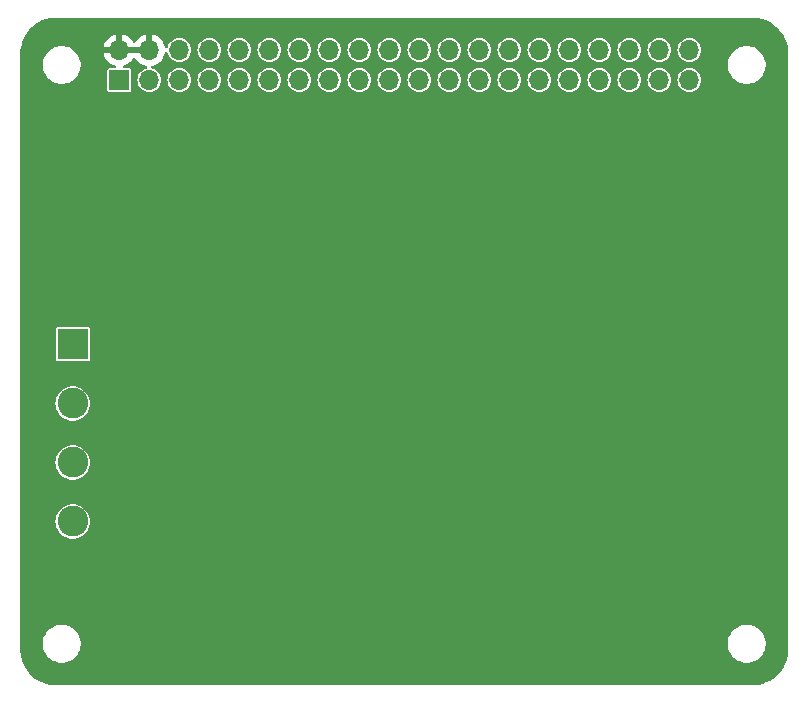
<source format=gbl>
G04 #@! TF.GenerationSoftware,KiCad,Pcbnew,8.0.6-8.0.6-0~ubuntu22.04.1*
G04 #@! TF.CreationDate,2024-11-13T10:01:41+01:00*
G04 #@! TF.ProjectId,INA228_hat,494e4132-3238-45f6-9861-742e6b696361,rev?*
G04 #@! TF.SameCoordinates,Original*
G04 #@! TF.FileFunction,Copper,L2,Bot*
G04 #@! TF.FilePolarity,Positive*
%FSLAX46Y46*%
G04 Gerber Fmt 4.6, Leading zero omitted, Abs format (unit mm)*
G04 Created by KiCad (PCBNEW 8.0.6-8.0.6-0~ubuntu22.04.1) date 2024-11-13 10:01:41*
%MOMM*%
%LPD*%
G01*
G04 APERTURE LIST*
G04 #@! TA.AperFunction,ComponentPad*
%ADD10R,2.600000X2.600000*%
G04 #@! TD*
G04 #@! TA.AperFunction,ComponentPad*
%ADD11C,2.600000*%
G04 #@! TD*
G04 #@! TA.AperFunction,ComponentPad*
%ADD12R,1.700000X1.700000*%
G04 #@! TD*
G04 #@! TA.AperFunction,ComponentPad*
%ADD13O,1.700000X1.700000*%
G04 #@! TD*
G04 #@! TA.AperFunction,ViaPad*
%ADD14C,0.900000*%
G04 #@! TD*
G04 #@! TA.AperFunction,Conductor*
%ADD15C,0.200000*%
G04 #@! TD*
G04 APERTURE END LIST*
D10*
X104425000Y-71150000D03*
D11*
X104425000Y-76150000D03*
X104425000Y-81150000D03*
X104425000Y-86150000D03*
D12*
X108370000Y-48770000D03*
D13*
X108370000Y-46230000D03*
X110910000Y-48770000D03*
X110910000Y-46230000D03*
X113450000Y-48770000D03*
X113450000Y-46230000D03*
X115990000Y-48770000D03*
X115990000Y-46230000D03*
X118530000Y-48770000D03*
X118530000Y-46230000D03*
X121070000Y-48770000D03*
X121070000Y-46230000D03*
X123610000Y-48770000D03*
X123610000Y-46230000D03*
X126150000Y-48770000D03*
X126150000Y-46230000D03*
X128690000Y-48770000D03*
X128690000Y-46230000D03*
X131230000Y-48770000D03*
X131230000Y-46230000D03*
X133770000Y-48770000D03*
X133770000Y-46230000D03*
X136310000Y-48770000D03*
X136310000Y-46230000D03*
X138850000Y-48770000D03*
X138850000Y-46230000D03*
X141390000Y-48770000D03*
X141390000Y-46230000D03*
X143930000Y-48770000D03*
X143930000Y-46230000D03*
X146470000Y-48770000D03*
X146470000Y-46230000D03*
X149010000Y-48770000D03*
X149010000Y-46230000D03*
X151550000Y-48770000D03*
X151550000Y-46230000D03*
X154090000Y-48770000D03*
X154090000Y-46230000D03*
X156630000Y-48770000D03*
X156630000Y-46230000D03*
D14*
X130300000Y-65625000D03*
X144475000Y-52100000D03*
X123025000Y-52250000D03*
X129850000Y-89150000D03*
D15*
X131650000Y-73825000D02*
X131375000Y-73550000D01*
G04 #@! TA.AperFunction,Conductor*
G36*
X110444075Y-46037007D02*
G01*
X110410000Y-46164174D01*
X110410000Y-46295826D01*
X110444075Y-46422993D01*
X110476988Y-46480000D01*
X108803012Y-46480000D01*
X108835925Y-46422993D01*
X108870000Y-46295826D01*
X108870000Y-46164174D01*
X108835925Y-46037007D01*
X108803012Y-45980000D01*
X110476988Y-45980000D01*
X110444075Y-46037007D01*
G37*
G04 #@! TD.AperFunction*
G04 #@! TA.AperFunction,Conductor*
G36*
X162000855Y-43500011D02*
G01*
X162162269Y-43502274D01*
X162174390Y-43503041D01*
X162478553Y-43537312D01*
X162495992Y-43539277D01*
X162509700Y-43541606D01*
X162824366Y-43613426D01*
X162837725Y-43617273D01*
X163142392Y-43723881D01*
X163155228Y-43729199D01*
X163446025Y-43869239D01*
X163458195Y-43875965D01*
X163731486Y-44047685D01*
X163742827Y-44055732D01*
X163995173Y-44256971D01*
X164005541Y-44266237D01*
X164233762Y-44494458D01*
X164243028Y-44504826D01*
X164444267Y-44757172D01*
X164452314Y-44768513D01*
X164624034Y-45041804D01*
X164630760Y-45053974D01*
X164770798Y-45344766D01*
X164776120Y-45357613D01*
X164882724Y-45662270D01*
X164886573Y-45675633D01*
X164958393Y-45990299D01*
X164960722Y-46004007D01*
X164996957Y-46325597D01*
X164997725Y-46337743D01*
X164999988Y-46499144D01*
X165000000Y-46500882D01*
X165000000Y-96999117D01*
X164999988Y-97000855D01*
X164997725Y-97162256D01*
X164996957Y-97174402D01*
X164960722Y-97495992D01*
X164958393Y-97509700D01*
X164886573Y-97824366D01*
X164882724Y-97837729D01*
X164776120Y-98142386D01*
X164770798Y-98155233D01*
X164630760Y-98446025D01*
X164624034Y-98458195D01*
X164452314Y-98731486D01*
X164444267Y-98742827D01*
X164243028Y-98995173D01*
X164233762Y-99005541D01*
X164005541Y-99233762D01*
X163995173Y-99243028D01*
X163742827Y-99444267D01*
X163731486Y-99452314D01*
X163458195Y-99624034D01*
X163446025Y-99630760D01*
X163155233Y-99770798D01*
X163142386Y-99776120D01*
X162837729Y-99882724D01*
X162824366Y-99886573D01*
X162509700Y-99958393D01*
X162495992Y-99960722D01*
X162174402Y-99996957D01*
X162162256Y-99997725D01*
X162000856Y-99999988D01*
X161999118Y-100000000D01*
X103000882Y-100000000D01*
X102999144Y-99999988D01*
X102837743Y-99997725D01*
X102825597Y-99996957D01*
X102504007Y-99960722D01*
X102490299Y-99958393D01*
X102175633Y-99886573D01*
X102162270Y-99882724D01*
X101857613Y-99776120D01*
X101844766Y-99770798D01*
X101553974Y-99630760D01*
X101541804Y-99624034D01*
X101268513Y-99452314D01*
X101257172Y-99444267D01*
X101004826Y-99243028D01*
X100994458Y-99233762D01*
X100766237Y-99005541D01*
X100756971Y-98995173D01*
X100555732Y-98742827D01*
X100547685Y-98731486D01*
X100375965Y-98458195D01*
X100369239Y-98446025D01*
X100229201Y-98155233D01*
X100223879Y-98142386D01*
X100210622Y-98104500D01*
X100117273Y-97837725D01*
X100113426Y-97824366D01*
X100041606Y-97509700D01*
X100039277Y-97495992D01*
X100021807Y-97340941D01*
X100003041Y-97174390D01*
X100002274Y-97162269D01*
X100000012Y-97000855D01*
X100000000Y-96999117D01*
X100000000Y-96373723D01*
X101895500Y-96373723D01*
X101895500Y-96626276D01*
X101935009Y-96875722D01*
X101935009Y-96875725D01*
X102013050Y-97115911D01*
X102013051Y-97115914D01*
X102127709Y-97340941D01*
X102276156Y-97545261D01*
X102454739Y-97723844D01*
X102659059Y-97872291D01*
X102769428Y-97928526D01*
X102884085Y-97986948D01*
X102884088Y-97986949D01*
X103108123Y-98059741D01*
X103124279Y-98064991D01*
X103373723Y-98104500D01*
X103373724Y-98104500D01*
X103626276Y-98104500D01*
X103626277Y-98104500D01*
X103875721Y-98064991D01*
X103875724Y-98064990D01*
X103875725Y-98064990D01*
X104115911Y-97986949D01*
X104115914Y-97986948D01*
X104340941Y-97872291D01*
X104545261Y-97723844D01*
X104723844Y-97545261D01*
X104872291Y-97340941D01*
X104986948Y-97115914D01*
X105024333Y-97000855D01*
X105064990Y-96875725D01*
X105064990Y-96875724D01*
X105064991Y-96875721D01*
X105104500Y-96626277D01*
X105104500Y-96373723D01*
X159895500Y-96373723D01*
X159895500Y-96626276D01*
X159935009Y-96875722D01*
X159935009Y-96875725D01*
X160013050Y-97115911D01*
X160013051Y-97115914D01*
X160127709Y-97340941D01*
X160276156Y-97545261D01*
X160454739Y-97723844D01*
X160659059Y-97872291D01*
X160769428Y-97928526D01*
X160884085Y-97986948D01*
X160884088Y-97986949D01*
X161108123Y-98059741D01*
X161124279Y-98064991D01*
X161373723Y-98104500D01*
X161373724Y-98104500D01*
X161626276Y-98104500D01*
X161626277Y-98104500D01*
X161875721Y-98064991D01*
X161875724Y-98064990D01*
X161875725Y-98064990D01*
X162115911Y-97986949D01*
X162115914Y-97986948D01*
X162340941Y-97872291D01*
X162545261Y-97723844D01*
X162723844Y-97545261D01*
X162872291Y-97340941D01*
X162986948Y-97115914D01*
X163024333Y-97000855D01*
X163064990Y-96875725D01*
X163064990Y-96875724D01*
X163064991Y-96875721D01*
X163104500Y-96626277D01*
X163104500Y-96373723D01*
X163064991Y-96124279D01*
X163064990Y-96124275D01*
X163064990Y-96124274D01*
X162986949Y-95884088D01*
X162986948Y-95884085D01*
X162872290Y-95659058D01*
X162723844Y-95454739D01*
X162545261Y-95276156D01*
X162340941Y-95127709D01*
X162115914Y-95013051D01*
X162115911Y-95013050D01*
X161875723Y-94935009D01*
X161709425Y-94908669D01*
X161626277Y-94895500D01*
X161373723Y-94895500D01*
X161290575Y-94908669D01*
X161124277Y-94935009D01*
X161124274Y-94935009D01*
X160884088Y-95013050D01*
X160884085Y-95013051D01*
X160659058Y-95127709D01*
X160454736Y-95276158D01*
X160276158Y-95454736D01*
X160127709Y-95659058D01*
X160013051Y-95884085D01*
X160013050Y-95884088D01*
X159935009Y-96124274D01*
X159935009Y-96124277D01*
X159895500Y-96373723D01*
X105104500Y-96373723D01*
X105064991Y-96124279D01*
X105064990Y-96124275D01*
X105064990Y-96124274D01*
X104986949Y-95884088D01*
X104986948Y-95884085D01*
X104872290Y-95659058D01*
X104723844Y-95454739D01*
X104545261Y-95276156D01*
X104340941Y-95127709D01*
X104115914Y-95013051D01*
X104115911Y-95013050D01*
X103875723Y-94935009D01*
X103709425Y-94908669D01*
X103626277Y-94895500D01*
X103373723Y-94895500D01*
X103290575Y-94908669D01*
X103124277Y-94935009D01*
X103124274Y-94935009D01*
X102884088Y-95013050D01*
X102884085Y-95013051D01*
X102659058Y-95127709D01*
X102454736Y-95276158D01*
X102276158Y-95454736D01*
X102127709Y-95659058D01*
X102013051Y-95884085D01*
X102013050Y-95884088D01*
X101935009Y-96124274D01*
X101935009Y-96124277D01*
X101895500Y-96373723D01*
X100000000Y-96373723D01*
X100000000Y-86149994D01*
X102967121Y-86149994D01*
X102967121Y-86150005D01*
X102987004Y-86389955D01*
X102987004Y-86389958D01*
X102987005Y-86389959D01*
X103046113Y-86623373D01*
X103142834Y-86843874D01*
X103274529Y-87045448D01*
X103437605Y-87222596D01*
X103437608Y-87222598D01*
X103437611Y-87222601D01*
X103627607Y-87370481D01*
X103627613Y-87370485D01*
X103627616Y-87370487D01*
X103839377Y-87485087D01*
X104067112Y-87563268D01*
X104304609Y-87602900D01*
X104304610Y-87602900D01*
X104545390Y-87602900D01*
X104545391Y-87602900D01*
X104782888Y-87563268D01*
X105010623Y-87485087D01*
X105222384Y-87370487D01*
X105412395Y-87222596D01*
X105575471Y-87045448D01*
X105707166Y-86843874D01*
X105803887Y-86623373D01*
X105862995Y-86389959D01*
X105882879Y-86150000D01*
X105862995Y-85910041D01*
X105803887Y-85676627D01*
X105707166Y-85456126D01*
X105575471Y-85254552D01*
X105412395Y-85077404D01*
X105412390Y-85077400D01*
X105412388Y-85077398D01*
X105222392Y-84929518D01*
X105222386Y-84929514D01*
X105010624Y-84814913D01*
X105010619Y-84814911D01*
X104782890Y-84736732D01*
X104624556Y-84710310D01*
X104545391Y-84697100D01*
X104304609Y-84697100D01*
X104245234Y-84707008D01*
X104067109Y-84736732D01*
X103839380Y-84814911D01*
X103839375Y-84814913D01*
X103627613Y-84929514D01*
X103627607Y-84929518D01*
X103437611Y-85077398D01*
X103437608Y-85077401D01*
X103274529Y-85254552D01*
X103142832Y-85456129D01*
X103046113Y-85676626D01*
X102987004Y-85910044D01*
X102967121Y-86149994D01*
X100000000Y-86149994D01*
X100000000Y-81149994D01*
X102967121Y-81149994D01*
X102967121Y-81150005D01*
X102987004Y-81389955D01*
X102987004Y-81389958D01*
X102987005Y-81389959D01*
X103046113Y-81623373D01*
X103142834Y-81843874D01*
X103274529Y-82045448D01*
X103437605Y-82222596D01*
X103437608Y-82222598D01*
X103437611Y-82222601D01*
X103627607Y-82370481D01*
X103627613Y-82370485D01*
X103627616Y-82370487D01*
X103839377Y-82485087D01*
X104067112Y-82563268D01*
X104304609Y-82602900D01*
X104304610Y-82602900D01*
X104545390Y-82602900D01*
X104545391Y-82602900D01*
X104782888Y-82563268D01*
X105010623Y-82485087D01*
X105222384Y-82370487D01*
X105412395Y-82222596D01*
X105575471Y-82045448D01*
X105707166Y-81843874D01*
X105803887Y-81623373D01*
X105862995Y-81389959D01*
X105882879Y-81150000D01*
X105862995Y-80910041D01*
X105803887Y-80676627D01*
X105707166Y-80456126D01*
X105575471Y-80254552D01*
X105412395Y-80077404D01*
X105412390Y-80077400D01*
X105412388Y-80077398D01*
X105222392Y-79929518D01*
X105222386Y-79929514D01*
X105010624Y-79814913D01*
X105010619Y-79814911D01*
X104782890Y-79736732D01*
X104624556Y-79710310D01*
X104545391Y-79697100D01*
X104304609Y-79697100D01*
X104245234Y-79707008D01*
X104067109Y-79736732D01*
X103839380Y-79814911D01*
X103839375Y-79814913D01*
X103627613Y-79929514D01*
X103627607Y-79929518D01*
X103437611Y-80077398D01*
X103437608Y-80077401D01*
X103274529Y-80254552D01*
X103142832Y-80456129D01*
X103046113Y-80676626D01*
X102987004Y-80910044D01*
X102967121Y-81149994D01*
X100000000Y-81149994D01*
X100000000Y-76149994D01*
X102967121Y-76149994D01*
X102967121Y-76150005D01*
X102987004Y-76389955D01*
X102987004Y-76389958D01*
X102987005Y-76389959D01*
X103046113Y-76623373D01*
X103142834Y-76843874D01*
X103274529Y-77045448D01*
X103437605Y-77222596D01*
X103437608Y-77222598D01*
X103437611Y-77222601D01*
X103627607Y-77370481D01*
X103627613Y-77370485D01*
X103627616Y-77370487D01*
X103839377Y-77485087D01*
X104067112Y-77563268D01*
X104304609Y-77602900D01*
X104304610Y-77602900D01*
X104545390Y-77602900D01*
X104545391Y-77602900D01*
X104782888Y-77563268D01*
X105010623Y-77485087D01*
X105222384Y-77370487D01*
X105412395Y-77222596D01*
X105575471Y-77045448D01*
X105707166Y-76843874D01*
X105803887Y-76623373D01*
X105862995Y-76389959D01*
X105882879Y-76150000D01*
X105862995Y-75910041D01*
X105803887Y-75676627D01*
X105707166Y-75456126D01*
X105575471Y-75254552D01*
X105412395Y-75077404D01*
X105412390Y-75077400D01*
X105412388Y-75077398D01*
X105222392Y-74929518D01*
X105222386Y-74929514D01*
X105010624Y-74814913D01*
X105010619Y-74814911D01*
X104782890Y-74736732D01*
X104624556Y-74710310D01*
X104545391Y-74697100D01*
X104304609Y-74697100D01*
X104245234Y-74707008D01*
X104067109Y-74736732D01*
X103839380Y-74814911D01*
X103839375Y-74814913D01*
X103627613Y-74929514D01*
X103627607Y-74929518D01*
X103437611Y-75077398D01*
X103437608Y-75077401D01*
X103274529Y-75254552D01*
X103142832Y-75456129D01*
X103046113Y-75676626D01*
X102987004Y-75910044D01*
X102967121Y-76149994D01*
X100000000Y-76149994D01*
X100000000Y-69834940D01*
X102972100Y-69834940D01*
X102972100Y-72465054D01*
X102980972Y-72509658D01*
X102980973Y-72509661D01*
X103014765Y-72560233D01*
X103014766Y-72560234D01*
X103065342Y-72594028D01*
X103065343Y-72594028D01*
X103065345Y-72594029D01*
X103087642Y-72598464D01*
X103109943Y-72602900D01*
X105740056Y-72602899D01*
X105784658Y-72594028D01*
X105835234Y-72560234D01*
X105869028Y-72509658D01*
X105877900Y-72465057D01*
X105877899Y-69834944D01*
X105869028Y-69790342D01*
X105869026Y-69790340D01*
X105869026Y-69790338D01*
X105835234Y-69739766D01*
X105784659Y-69705973D01*
X105784658Y-69705972D01*
X105784657Y-69705971D01*
X105784656Y-69705971D01*
X105784654Y-69705970D01*
X105740059Y-69697100D01*
X103109945Y-69697100D01*
X103065341Y-69705972D01*
X103065338Y-69705973D01*
X103014766Y-69739765D01*
X102980971Y-69790343D01*
X102980970Y-69790345D01*
X102972100Y-69834940D01*
X100000000Y-69834940D01*
X100000000Y-47373723D01*
X101895500Y-47373723D01*
X101895500Y-47626277D01*
X101905896Y-47691912D01*
X101935009Y-47875722D01*
X101935009Y-47875725D01*
X102013050Y-48115911D01*
X102013051Y-48115914D01*
X102061051Y-48210118D01*
X102127709Y-48340941D01*
X102276156Y-48545261D01*
X102454739Y-48723844D01*
X102659059Y-48872291D01*
X102769428Y-48928526D01*
X102884085Y-48986948D01*
X102884088Y-48986949D01*
X103108123Y-49059741D01*
X103124279Y-49064991D01*
X103373723Y-49104500D01*
X103373724Y-49104500D01*
X103626276Y-49104500D01*
X103626277Y-49104500D01*
X103875721Y-49064991D01*
X103875724Y-49064990D01*
X103875725Y-49064990D01*
X104115911Y-48986949D01*
X104115914Y-48986948D01*
X104155851Y-48966599D01*
X104340941Y-48872291D01*
X104545261Y-48723844D01*
X104723844Y-48545261D01*
X104872291Y-48340941D01*
X104986948Y-48115914D01*
X105055496Y-47904944D01*
X105064990Y-47875725D01*
X105064990Y-47875724D01*
X105064991Y-47875721D01*
X105104500Y-47626277D01*
X105104500Y-47373723D01*
X105064991Y-47124279D01*
X105064990Y-47124275D01*
X105064990Y-47124274D01*
X104986949Y-46884088D01*
X104986948Y-46884085D01*
X104872290Y-46659058D01*
X104851250Y-46630099D01*
X104723844Y-46454739D01*
X104545261Y-46276156D01*
X104340941Y-46127709D01*
X104115914Y-46013051D01*
X104115911Y-46013050D01*
X104014189Y-45979999D01*
X107039364Y-45979999D01*
X107039364Y-45980000D01*
X107936988Y-45980000D01*
X107904075Y-46037007D01*
X107870000Y-46164174D01*
X107870000Y-46295826D01*
X107904075Y-46422993D01*
X107936988Y-46480000D01*
X107039364Y-46480000D01*
X107096567Y-46693486D01*
X107096570Y-46693492D01*
X107196399Y-46907578D01*
X107331894Y-47101082D01*
X107498917Y-47268105D01*
X107692421Y-47403600D01*
X107906507Y-47503429D01*
X107906518Y-47503434D01*
X107980755Y-47523325D01*
X108040416Y-47559689D01*
X108070946Y-47622536D01*
X108062652Y-47691912D01*
X108018167Y-47745790D01*
X107951615Y-47767065D01*
X107948663Y-47767100D01*
X107504945Y-47767100D01*
X107460341Y-47775972D01*
X107460338Y-47775973D01*
X107409766Y-47809765D01*
X107375971Y-47860343D01*
X107375970Y-47860345D01*
X107367100Y-47904940D01*
X107367100Y-49635054D01*
X107375972Y-49679658D01*
X107375973Y-49679661D01*
X107390260Y-49701042D01*
X107409766Y-49730234D01*
X107460342Y-49764028D01*
X107460343Y-49764028D01*
X107460345Y-49764029D01*
X107482642Y-49768464D01*
X107504943Y-49772900D01*
X109235056Y-49772899D01*
X109279658Y-49764028D01*
X109330234Y-49730234D01*
X109364028Y-49679658D01*
X109372900Y-49635057D01*
X109372899Y-47904944D01*
X109364028Y-47860342D01*
X109364026Y-47860340D01*
X109364026Y-47860338D01*
X109330234Y-47809766D01*
X109288097Y-47781611D01*
X109279658Y-47775972D01*
X109279657Y-47775971D01*
X109279656Y-47775971D01*
X109279654Y-47775970D01*
X109235059Y-47767100D01*
X108791338Y-47767100D01*
X108724299Y-47747415D01*
X108678544Y-47694611D01*
X108668600Y-47625453D01*
X108697625Y-47561897D01*
X108756403Y-47524123D01*
X108759245Y-47523325D01*
X108833483Y-47503433D01*
X108833492Y-47503429D01*
X109047578Y-47403600D01*
X109241082Y-47268105D01*
X109408105Y-47101082D01*
X109538425Y-46914968D01*
X109593002Y-46871344D01*
X109662501Y-46864151D01*
X109724855Y-46895673D01*
X109741575Y-46914968D01*
X109871894Y-47101082D01*
X110038917Y-47268105D01*
X110232421Y-47403600D01*
X110446507Y-47503429D01*
X110446516Y-47503433D01*
X110655718Y-47559488D01*
X110715379Y-47595853D01*
X110745908Y-47658700D01*
X110737613Y-47728075D01*
X110693128Y-47781953D01*
X110659621Y-47797923D01*
X110524354Y-47838956D01*
X110524350Y-47838957D01*
X110524350Y-47838958D01*
X110455571Y-47875721D01*
X110350118Y-47932086D01*
X110197410Y-48057410D01*
X110072086Y-48210118D01*
X109978958Y-48384350D01*
X109921610Y-48573400D01*
X109902247Y-48770000D01*
X109921610Y-48966599D01*
X109921610Y-48966601D01*
X109921611Y-48966603D01*
X109978958Y-49155650D01*
X110072084Y-49329878D01*
X110072086Y-49329881D01*
X110197410Y-49482589D01*
X110350118Y-49607913D01*
X110350122Y-49607916D01*
X110524350Y-49701042D01*
X110713397Y-49758389D01*
X110910000Y-49777753D01*
X111106603Y-49758389D01*
X111295650Y-49701042D01*
X111469878Y-49607916D01*
X111622589Y-49482589D01*
X111747916Y-49329878D01*
X111841042Y-49155650D01*
X111898389Y-48966603D01*
X111917753Y-48770000D01*
X112442247Y-48770000D01*
X112461610Y-48966599D01*
X112461610Y-48966601D01*
X112461611Y-48966603D01*
X112518958Y-49155650D01*
X112612084Y-49329878D01*
X112612086Y-49329881D01*
X112737410Y-49482589D01*
X112890118Y-49607913D01*
X112890122Y-49607916D01*
X113064350Y-49701042D01*
X113253397Y-49758389D01*
X113450000Y-49777753D01*
X113646603Y-49758389D01*
X113835650Y-49701042D01*
X114009878Y-49607916D01*
X114162589Y-49482589D01*
X114287916Y-49329878D01*
X114381042Y-49155650D01*
X114438389Y-48966603D01*
X114457753Y-48770000D01*
X114982247Y-48770000D01*
X115001610Y-48966599D01*
X115001610Y-48966601D01*
X115001611Y-48966603D01*
X115058958Y-49155650D01*
X115152084Y-49329878D01*
X115152086Y-49329881D01*
X115277410Y-49482589D01*
X115430118Y-49607913D01*
X115430122Y-49607916D01*
X115604350Y-49701042D01*
X115793397Y-49758389D01*
X115990000Y-49777753D01*
X116186603Y-49758389D01*
X116375650Y-49701042D01*
X116549878Y-49607916D01*
X116702589Y-49482589D01*
X116827916Y-49329878D01*
X116921042Y-49155650D01*
X116978389Y-48966603D01*
X116997753Y-48770000D01*
X117522247Y-48770000D01*
X117541610Y-48966599D01*
X117541610Y-48966601D01*
X117541611Y-48966603D01*
X117598958Y-49155650D01*
X117692084Y-49329878D01*
X117692086Y-49329881D01*
X117817410Y-49482589D01*
X117970118Y-49607913D01*
X117970122Y-49607916D01*
X118144350Y-49701042D01*
X118333397Y-49758389D01*
X118530000Y-49777753D01*
X118726603Y-49758389D01*
X118915650Y-49701042D01*
X119089878Y-49607916D01*
X119242589Y-49482589D01*
X119367916Y-49329878D01*
X119461042Y-49155650D01*
X119518389Y-48966603D01*
X119537753Y-48770000D01*
X120062247Y-48770000D01*
X120081610Y-48966599D01*
X120081610Y-48966601D01*
X120081611Y-48966603D01*
X120138958Y-49155650D01*
X120232084Y-49329878D01*
X120232086Y-49329881D01*
X120357410Y-49482589D01*
X120510118Y-49607913D01*
X120510122Y-49607916D01*
X120684350Y-49701042D01*
X120873397Y-49758389D01*
X121070000Y-49777753D01*
X121266603Y-49758389D01*
X121455650Y-49701042D01*
X121629878Y-49607916D01*
X121782589Y-49482589D01*
X121907916Y-49329878D01*
X122001042Y-49155650D01*
X122058389Y-48966603D01*
X122077753Y-48770000D01*
X122602247Y-48770000D01*
X122621610Y-48966599D01*
X122621610Y-48966601D01*
X122621611Y-48966603D01*
X122678958Y-49155650D01*
X122772084Y-49329878D01*
X122772086Y-49329881D01*
X122897410Y-49482589D01*
X123050118Y-49607913D01*
X123050122Y-49607916D01*
X123224350Y-49701042D01*
X123413397Y-49758389D01*
X123610000Y-49777753D01*
X123806603Y-49758389D01*
X123995650Y-49701042D01*
X124169878Y-49607916D01*
X124322589Y-49482589D01*
X124447916Y-49329878D01*
X124541042Y-49155650D01*
X124598389Y-48966603D01*
X124617753Y-48770000D01*
X125142247Y-48770000D01*
X125161610Y-48966599D01*
X125161610Y-48966601D01*
X125161611Y-48966603D01*
X125218958Y-49155650D01*
X125312084Y-49329878D01*
X125312086Y-49329881D01*
X125437410Y-49482589D01*
X125590118Y-49607913D01*
X125590122Y-49607916D01*
X125764350Y-49701042D01*
X125953397Y-49758389D01*
X126150000Y-49777753D01*
X126346603Y-49758389D01*
X126535650Y-49701042D01*
X126709878Y-49607916D01*
X126862589Y-49482589D01*
X126987916Y-49329878D01*
X127081042Y-49155650D01*
X127138389Y-48966603D01*
X127157753Y-48770000D01*
X127682247Y-48770000D01*
X127701610Y-48966599D01*
X127701610Y-48966601D01*
X127701611Y-48966603D01*
X127758958Y-49155650D01*
X127852084Y-49329878D01*
X127852086Y-49329881D01*
X127977410Y-49482589D01*
X128130118Y-49607913D01*
X128130122Y-49607916D01*
X128304350Y-49701042D01*
X128493397Y-49758389D01*
X128690000Y-49777753D01*
X128886603Y-49758389D01*
X129075650Y-49701042D01*
X129249878Y-49607916D01*
X129402589Y-49482589D01*
X129527916Y-49329878D01*
X129621042Y-49155650D01*
X129678389Y-48966603D01*
X129697753Y-48770000D01*
X130222247Y-48770000D01*
X130241610Y-48966599D01*
X130241610Y-48966601D01*
X130241611Y-48966603D01*
X130298958Y-49155650D01*
X130392084Y-49329878D01*
X130392086Y-49329881D01*
X130517410Y-49482589D01*
X130670118Y-49607913D01*
X130670122Y-49607916D01*
X130844350Y-49701042D01*
X131033397Y-49758389D01*
X131230000Y-49777753D01*
X131426603Y-49758389D01*
X131615650Y-49701042D01*
X131789878Y-49607916D01*
X131942589Y-49482589D01*
X132067916Y-49329878D01*
X132161042Y-49155650D01*
X132218389Y-48966603D01*
X132237753Y-48770000D01*
X132762247Y-48770000D01*
X132781610Y-48966599D01*
X132781610Y-48966601D01*
X132781611Y-48966603D01*
X132838958Y-49155650D01*
X132932084Y-49329878D01*
X132932086Y-49329881D01*
X133057410Y-49482589D01*
X133210118Y-49607913D01*
X133210122Y-49607916D01*
X133384350Y-49701042D01*
X133573397Y-49758389D01*
X133770000Y-49777753D01*
X133966603Y-49758389D01*
X134155650Y-49701042D01*
X134329878Y-49607916D01*
X134482589Y-49482589D01*
X134607916Y-49329878D01*
X134701042Y-49155650D01*
X134758389Y-48966603D01*
X134777753Y-48770000D01*
X135302247Y-48770000D01*
X135321610Y-48966599D01*
X135321610Y-48966601D01*
X135321611Y-48966603D01*
X135378958Y-49155650D01*
X135472084Y-49329878D01*
X135472086Y-49329881D01*
X135597410Y-49482589D01*
X135750118Y-49607913D01*
X135750122Y-49607916D01*
X135924350Y-49701042D01*
X136113397Y-49758389D01*
X136310000Y-49777753D01*
X136506603Y-49758389D01*
X136695650Y-49701042D01*
X136869878Y-49607916D01*
X137022589Y-49482589D01*
X137147916Y-49329878D01*
X137241042Y-49155650D01*
X137298389Y-48966603D01*
X137317753Y-48770000D01*
X137842247Y-48770000D01*
X137861610Y-48966599D01*
X137861610Y-48966601D01*
X137861611Y-48966603D01*
X137918958Y-49155650D01*
X138012084Y-49329878D01*
X138012086Y-49329881D01*
X138137410Y-49482589D01*
X138290118Y-49607913D01*
X138290122Y-49607916D01*
X138464350Y-49701042D01*
X138653397Y-49758389D01*
X138850000Y-49777753D01*
X139046603Y-49758389D01*
X139235650Y-49701042D01*
X139409878Y-49607916D01*
X139562589Y-49482589D01*
X139687916Y-49329878D01*
X139781042Y-49155650D01*
X139838389Y-48966603D01*
X139857753Y-48770000D01*
X140382247Y-48770000D01*
X140401610Y-48966599D01*
X140401610Y-48966601D01*
X140401611Y-48966603D01*
X140458958Y-49155650D01*
X140552084Y-49329878D01*
X140552086Y-49329881D01*
X140677410Y-49482589D01*
X140830118Y-49607913D01*
X140830122Y-49607916D01*
X141004350Y-49701042D01*
X141193397Y-49758389D01*
X141390000Y-49777753D01*
X141586603Y-49758389D01*
X141775650Y-49701042D01*
X141949878Y-49607916D01*
X142102589Y-49482589D01*
X142227916Y-49329878D01*
X142321042Y-49155650D01*
X142378389Y-48966603D01*
X142397753Y-48770000D01*
X142922247Y-48770000D01*
X142941610Y-48966599D01*
X142941610Y-48966601D01*
X142941611Y-48966603D01*
X142998958Y-49155650D01*
X143092084Y-49329878D01*
X143092086Y-49329881D01*
X143217410Y-49482589D01*
X143370118Y-49607913D01*
X143370122Y-49607916D01*
X143544350Y-49701042D01*
X143733397Y-49758389D01*
X143930000Y-49777753D01*
X144126603Y-49758389D01*
X144315650Y-49701042D01*
X144489878Y-49607916D01*
X144642589Y-49482589D01*
X144767916Y-49329878D01*
X144861042Y-49155650D01*
X144918389Y-48966603D01*
X144937753Y-48770000D01*
X145462247Y-48770000D01*
X145481610Y-48966599D01*
X145481610Y-48966601D01*
X145481611Y-48966603D01*
X145538958Y-49155650D01*
X145632084Y-49329878D01*
X145632086Y-49329881D01*
X145757410Y-49482589D01*
X145910118Y-49607913D01*
X145910122Y-49607916D01*
X146084350Y-49701042D01*
X146273397Y-49758389D01*
X146470000Y-49777753D01*
X146666603Y-49758389D01*
X146855650Y-49701042D01*
X147029878Y-49607916D01*
X147182589Y-49482589D01*
X147307916Y-49329878D01*
X147401042Y-49155650D01*
X147458389Y-48966603D01*
X147477753Y-48770000D01*
X148002247Y-48770000D01*
X148021610Y-48966599D01*
X148021610Y-48966601D01*
X148021611Y-48966603D01*
X148078958Y-49155650D01*
X148172084Y-49329878D01*
X148172086Y-49329881D01*
X148297410Y-49482589D01*
X148450118Y-49607913D01*
X148450122Y-49607916D01*
X148624350Y-49701042D01*
X148813397Y-49758389D01*
X149010000Y-49777753D01*
X149206603Y-49758389D01*
X149395650Y-49701042D01*
X149569878Y-49607916D01*
X149722589Y-49482589D01*
X149847916Y-49329878D01*
X149941042Y-49155650D01*
X149998389Y-48966603D01*
X150017753Y-48770000D01*
X150542247Y-48770000D01*
X150561610Y-48966599D01*
X150561610Y-48966601D01*
X150561611Y-48966603D01*
X150618958Y-49155650D01*
X150712084Y-49329878D01*
X150712086Y-49329881D01*
X150837410Y-49482589D01*
X150990118Y-49607913D01*
X150990122Y-49607916D01*
X151164350Y-49701042D01*
X151353397Y-49758389D01*
X151550000Y-49777753D01*
X151746603Y-49758389D01*
X151935650Y-49701042D01*
X152109878Y-49607916D01*
X152262589Y-49482589D01*
X152387916Y-49329878D01*
X152481042Y-49155650D01*
X152538389Y-48966603D01*
X152557753Y-48770000D01*
X153082247Y-48770000D01*
X153101610Y-48966599D01*
X153101610Y-48966601D01*
X153101611Y-48966603D01*
X153158958Y-49155650D01*
X153252084Y-49329878D01*
X153252086Y-49329881D01*
X153377410Y-49482589D01*
X153530118Y-49607913D01*
X153530122Y-49607916D01*
X153704350Y-49701042D01*
X153893397Y-49758389D01*
X154090000Y-49777753D01*
X154286603Y-49758389D01*
X154475650Y-49701042D01*
X154649878Y-49607916D01*
X154802589Y-49482589D01*
X154927916Y-49329878D01*
X155021042Y-49155650D01*
X155078389Y-48966603D01*
X155097753Y-48770000D01*
X155622247Y-48770000D01*
X155641610Y-48966599D01*
X155641610Y-48966601D01*
X155641611Y-48966603D01*
X155698958Y-49155650D01*
X155792084Y-49329878D01*
X155792086Y-49329881D01*
X155917410Y-49482589D01*
X156070118Y-49607913D01*
X156070122Y-49607916D01*
X156244350Y-49701042D01*
X156433397Y-49758389D01*
X156630000Y-49777753D01*
X156826603Y-49758389D01*
X157015650Y-49701042D01*
X157189878Y-49607916D01*
X157342589Y-49482589D01*
X157467916Y-49329878D01*
X157561042Y-49155650D01*
X157618389Y-48966603D01*
X157637753Y-48770000D01*
X157618389Y-48573397D01*
X157561042Y-48384350D01*
X157467916Y-48210122D01*
X157467913Y-48210118D01*
X157342589Y-48057410D01*
X157189881Y-47932086D01*
X157189879Y-47932085D01*
X157189878Y-47932084D01*
X157015650Y-47838958D01*
X156826603Y-47781611D01*
X156826601Y-47781610D01*
X156826599Y-47781610D01*
X156630000Y-47762247D01*
X156433400Y-47781610D01*
X156244350Y-47838958D01*
X156070118Y-47932086D01*
X155917410Y-48057410D01*
X155792086Y-48210118D01*
X155698958Y-48384350D01*
X155641610Y-48573400D01*
X155622247Y-48770000D01*
X155097753Y-48770000D01*
X155078389Y-48573397D01*
X155021042Y-48384350D01*
X154927916Y-48210122D01*
X154927913Y-48210118D01*
X154802589Y-48057410D01*
X154649881Y-47932086D01*
X154649879Y-47932085D01*
X154649878Y-47932084D01*
X154475650Y-47838958D01*
X154286603Y-47781611D01*
X154286601Y-47781610D01*
X154286599Y-47781610D01*
X154090000Y-47762247D01*
X153893400Y-47781610D01*
X153704350Y-47838958D01*
X153530118Y-47932086D01*
X153377410Y-48057410D01*
X153252086Y-48210118D01*
X153158958Y-48384350D01*
X153101610Y-48573400D01*
X153082247Y-48770000D01*
X152557753Y-48770000D01*
X152538389Y-48573397D01*
X152481042Y-48384350D01*
X152387916Y-48210122D01*
X152387913Y-48210118D01*
X152262589Y-48057410D01*
X152109881Y-47932086D01*
X152109879Y-47932085D01*
X152109878Y-47932084D01*
X151935650Y-47838958D01*
X151746603Y-47781611D01*
X151746601Y-47781610D01*
X151746599Y-47781610D01*
X151550000Y-47762247D01*
X151353400Y-47781610D01*
X151164350Y-47838958D01*
X150990118Y-47932086D01*
X150837410Y-48057410D01*
X150712086Y-48210118D01*
X150618958Y-48384350D01*
X150561610Y-48573400D01*
X150542247Y-48770000D01*
X150017753Y-48770000D01*
X149998389Y-48573397D01*
X149941042Y-48384350D01*
X149847916Y-48210122D01*
X149847913Y-48210118D01*
X149722589Y-48057410D01*
X149569881Y-47932086D01*
X149569879Y-47932085D01*
X149569878Y-47932084D01*
X149395650Y-47838958D01*
X149206603Y-47781611D01*
X149206601Y-47781610D01*
X149206599Y-47781610D01*
X149010000Y-47762247D01*
X148813400Y-47781610D01*
X148624350Y-47838958D01*
X148450118Y-47932086D01*
X148297410Y-48057410D01*
X148172086Y-48210118D01*
X148078958Y-48384350D01*
X148021610Y-48573400D01*
X148002247Y-48770000D01*
X147477753Y-48770000D01*
X147458389Y-48573397D01*
X147401042Y-48384350D01*
X147307916Y-48210122D01*
X147307913Y-48210118D01*
X147182589Y-48057410D01*
X147029881Y-47932086D01*
X147029879Y-47932085D01*
X147029878Y-47932084D01*
X146855650Y-47838958D01*
X146666603Y-47781611D01*
X146666601Y-47781610D01*
X146666599Y-47781610D01*
X146470000Y-47762247D01*
X146273400Y-47781610D01*
X146084350Y-47838958D01*
X145910118Y-47932086D01*
X145757410Y-48057410D01*
X145632086Y-48210118D01*
X145538958Y-48384350D01*
X145481610Y-48573400D01*
X145462247Y-48770000D01*
X144937753Y-48770000D01*
X144918389Y-48573397D01*
X144861042Y-48384350D01*
X144767916Y-48210122D01*
X144767913Y-48210118D01*
X144642589Y-48057410D01*
X144489881Y-47932086D01*
X144489879Y-47932085D01*
X144489878Y-47932084D01*
X144315650Y-47838958D01*
X144126603Y-47781611D01*
X144126601Y-47781610D01*
X144126599Y-47781610D01*
X143930000Y-47762247D01*
X143733400Y-47781610D01*
X143544350Y-47838958D01*
X143370118Y-47932086D01*
X143217410Y-48057410D01*
X143092086Y-48210118D01*
X142998958Y-48384350D01*
X142941610Y-48573400D01*
X142922247Y-48770000D01*
X142397753Y-48770000D01*
X142378389Y-48573397D01*
X142321042Y-48384350D01*
X142227916Y-48210122D01*
X142227913Y-48210118D01*
X142102589Y-48057410D01*
X141949881Y-47932086D01*
X141949879Y-47932085D01*
X141949878Y-47932084D01*
X141775650Y-47838958D01*
X141586603Y-47781611D01*
X141586601Y-47781610D01*
X141586599Y-47781610D01*
X141390000Y-47762247D01*
X141193400Y-47781610D01*
X141004350Y-47838958D01*
X140830118Y-47932086D01*
X140677410Y-48057410D01*
X140552086Y-48210118D01*
X140458958Y-48384350D01*
X140401610Y-48573400D01*
X140382247Y-48770000D01*
X139857753Y-48770000D01*
X139838389Y-48573397D01*
X139781042Y-48384350D01*
X139687916Y-48210122D01*
X139687913Y-48210118D01*
X139562589Y-48057410D01*
X139409881Y-47932086D01*
X139409879Y-47932085D01*
X139409878Y-47932084D01*
X139235650Y-47838958D01*
X139046603Y-47781611D01*
X139046601Y-47781610D01*
X139046599Y-47781610D01*
X138850000Y-47762247D01*
X138653400Y-47781610D01*
X138464350Y-47838958D01*
X138290118Y-47932086D01*
X138137410Y-48057410D01*
X138012086Y-48210118D01*
X137918958Y-48384350D01*
X137861610Y-48573400D01*
X137842247Y-48770000D01*
X137317753Y-48770000D01*
X137298389Y-48573397D01*
X137241042Y-48384350D01*
X137147916Y-48210122D01*
X137147913Y-48210118D01*
X137022589Y-48057410D01*
X136869881Y-47932086D01*
X136869879Y-47932085D01*
X136869878Y-47932084D01*
X136695650Y-47838958D01*
X136506603Y-47781611D01*
X136506601Y-47781610D01*
X136506599Y-47781610D01*
X136310000Y-47762247D01*
X136113400Y-47781610D01*
X135924350Y-47838958D01*
X135750118Y-47932086D01*
X135597410Y-48057410D01*
X135472086Y-48210118D01*
X135378958Y-48384350D01*
X135321610Y-48573400D01*
X135302247Y-48770000D01*
X134777753Y-48770000D01*
X134758389Y-48573397D01*
X134701042Y-48384350D01*
X134607916Y-48210122D01*
X134607913Y-48210118D01*
X134482589Y-48057410D01*
X134329881Y-47932086D01*
X134329879Y-47932085D01*
X134329878Y-47932084D01*
X134155650Y-47838958D01*
X133966603Y-47781611D01*
X133966601Y-47781610D01*
X133966599Y-47781610D01*
X133770000Y-47762247D01*
X133573400Y-47781610D01*
X133384350Y-47838958D01*
X133210118Y-47932086D01*
X133057410Y-48057410D01*
X132932086Y-48210118D01*
X132838958Y-48384350D01*
X132781610Y-48573400D01*
X132762247Y-48770000D01*
X132237753Y-48770000D01*
X132218389Y-48573397D01*
X132161042Y-48384350D01*
X132067916Y-48210122D01*
X132067913Y-48210118D01*
X131942589Y-48057410D01*
X131789881Y-47932086D01*
X131789879Y-47932085D01*
X131789878Y-47932084D01*
X131615650Y-47838958D01*
X131426603Y-47781611D01*
X131426601Y-47781610D01*
X131426599Y-47781610D01*
X131230000Y-47762247D01*
X131033400Y-47781610D01*
X130844350Y-47838958D01*
X130670118Y-47932086D01*
X130517410Y-48057410D01*
X130392086Y-48210118D01*
X130298958Y-48384350D01*
X130241610Y-48573400D01*
X130222247Y-48770000D01*
X129697753Y-48770000D01*
X129678389Y-48573397D01*
X129621042Y-48384350D01*
X129527916Y-48210122D01*
X129527913Y-48210118D01*
X129402589Y-48057410D01*
X129249881Y-47932086D01*
X129249879Y-47932085D01*
X129249878Y-47932084D01*
X129075650Y-47838958D01*
X128886603Y-47781611D01*
X128886601Y-47781610D01*
X128886599Y-47781610D01*
X128690000Y-47762247D01*
X128493400Y-47781610D01*
X128304350Y-47838958D01*
X128130118Y-47932086D01*
X127977410Y-48057410D01*
X127852086Y-48210118D01*
X127758958Y-48384350D01*
X127701610Y-48573400D01*
X127682247Y-48770000D01*
X127157753Y-48770000D01*
X127138389Y-48573397D01*
X127081042Y-48384350D01*
X126987916Y-48210122D01*
X126987913Y-48210118D01*
X126862589Y-48057410D01*
X126709881Y-47932086D01*
X126709879Y-47932085D01*
X126709878Y-47932084D01*
X126535650Y-47838958D01*
X126346603Y-47781611D01*
X126346601Y-47781610D01*
X126346599Y-47781610D01*
X126150000Y-47762247D01*
X125953400Y-47781610D01*
X125764350Y-47838958D01*
X125590118Y-47932086D01*
X125437410Y-48057410D01*
X125312086Y-48210118D01*
X125218958Y-48384350D01*
X125161610Y-48573400D01*
X125142247Y-48770000D01*
X124617753Y-48770000D01*
X124598389Y-48573397D01*
X124541042Y-48384350D01*
X124447916Y-48210122D01*
X124447913Y-48210118D01*
X124322589Y-48057410D01*
X124169881Y-47932086D01*
X124169879Y-47932085D01*
X124169878Y-47932084D01*
X123995650Y-47838958D01*
X123806603Y-47781611D01*
X123806601Y-47781610D01*
X123806599Y-47781610D01*
X123610000Y-47762247D01*
X123413400Y-47781610D01*
X123224350Y-47838958D01*
X123050118Y-47932086D01*
X122897410Y-48057410D01*
X122772086Y-48210118D01*
X122678958Y-48384350D01*
X122621610Y-48573400D01*
X122602247Y-48770000D01*
X122077753Y-48770000D01*
X122058389Y-48573397D01*
X122001042Y-48384350D01*
X121907916Y-48210122D01*
X121907913Y-48210118D01*
X121782589Y-48057410D01*
X121629881Y-47932086D01*
X121629879Y-47932085D01*
X121629878Y-47932084D01*
X121455650Y-47838958D01*
X121266603Y-47781611D01*
X121266601Y-47781610D01*
X121266599Y-47781610D01*
X121070000Y-47762247D01*
X120873400Y-47781610D01*
X120684350Y-47838958D01*
X120510118Y-47932086D01*
X120357410Y-48057410D01*
X120232086Y-48210118D01*
X120138958Y-48384350D01*
X120081610Y-48573400D01*
X120062247Y-48770000D01*
X119537753Y-48770000D01*
X119518389Y-48573397D01*
X119461042Y-48384350D01*
X119367916Y-48210122D01*
X119367913Y-48210118D01*
X119242589Y-48057410D01*
X119089881Y-47932086D01*
X119089879Y-47932085D01*
X119089878Y-47932084D01*
X118915650Y-47838958D01*
X118726603Y-47781611D01*
X118726601Y-47781610D01*
X118726599Y-47781610D01*
X118530000Y-47762247D01*
X118333400Y-47781610D01*
X118144350Y-47838958D01*
X117970118Y-47932086D01*
X117817410Y-48057410D01*
X117692086Y-48210118D01*
X117598958Y-48384350D01*
X117541610Y-48573400D01*
X117522247Y-48770000D01*
X116997753Y-48770000D01*
X116978389Y-48573397D01*
X116921042Y-48384350D01*
X116827916Y-48210122D01*
X116827913Y-48210118D01*
X116702589Y-48057410D01*
X116549881Y-47932086D01*
X116549879Y-47932085D01*
X116549878Y-47932084D01*
X116375650Y-47838958D01*
X116186603Y-47781611D01*
X116186601Y-47781610D01*
X116186599Y-47781610D01*
X115990000Y-47762247D01*
X115793400Y-47781610D01*
X115604350Y-47838958D01*
X115430118Y-47932086D01*
X115277410Y-48057410D01*
X115152086Y-48210118D01*
X115058958Y-48384350D01*
X115001610Y-48573400D01*
X114982247Y-48770000D01*
X114457753Y-48770000D01*
X114438389Y-48573397D01*
X114381042Y-48384350D01*
X114287916Y-48210122D01*
X114287913Y-48210118D01*
X114162589Y-48057410D01*
X114009881Y-47932086D01*
X114009879Y-47932085D01*
X114009878Y-47932084D01*
X113835650Y-47838958D01*
X113646603Y-47781611D01*
X113646601Y-47781610D01*
X113646599Y-47781610D01*
X113450000Y-47762247D01*
X113253400Y-47781610D01*
X113064350Y-47838958D01*
X112890118Y-47932086D01*
X112737410Y-48057410D01*
X112612086Y-48210118D01*
X112518958Y-48384350D01*
X112461610Y-48573400D01*
X112442247Y-48770000D01*
X111917753Y-48770000D01*
X111898389Y-48573397D01*
X111841042Y-48384350D01*
X111747916Y-48210122D01*
X111747913Y-48210118D01*
X111622589Y-48057410D01*
X111469881Y-47932086D01*
X111469879Y-47932085D01*
X111469878Y-47932084D01*
X111295650Y-47838958D01*
X111295647Y-47838957D01*
X111295645Y-47838956D01*
X111160378Y-47797923D01*
X111101940Y-47759626D01*
X111073483Y-47695814D01*
X111084044Y-47626747D01*
X111130269Y-47574353D01*
X111164281Y-47559488D01*
X111373483Y-47503433D01*
X111373492Y-47503429D01*
X111587578Y-47403600D01*
X111630246Y-47373723D01*
X159895500Y-47373723D01*
X159895500Y-47626277D01*
X159905896Y-47691912D01*
X159935009Y-47875722D01*
X159935009Y-47875725D01*
X160013050Y-48115911D01*
X160013051Y-48115914D01*
X160061051Y-48210118D01*
X160127709Y-48340941D01*
X160276156Y-48545261D01*
X160454739Y-48723844D01*
X160659059Y-48872291D01*
X160769428Y-48928526D01*
X160884085Y-48986948D01*
X160884088Y-48986949D01*
X161108123Y-49059741D01*
X161124279Y-49064991D01*
X161373723Y-49104500D01*
X161373724Y-49104500D01*
X161626276Y-49104500D01*
X161626277Y-49104500D01*
X161875721Y-49064991D01*
X161875724Y-49064990D01*
X161875725Y-49064990D01*
X162115911Y-48986949D01*
X162115914Y-48986948D01*
X162155851Y-48966599D01*
X162340941Y-48872291D01*
X162545261Y-48723844D01*
X162723844Y-48545261D01*
X162872291Y-48340941D01*
X162986948Y-48115914D01*
X163055496Y-47904944D01*
X163064990Y-47875725D01*
X163064990Y-47875724D01*
X163064991Y-47875721D01*
X163104500Y-47626277D01*
X163104500Y-47373723D01*
X163064991Y-47124279D01*
X163064990Y-47124275D01*
X163064990Y-47124274D01*
X162986949Y-46884088D01*
X162986948Y-46884085D01*
X162872290Y-46659058D01*
X162851250Y-46630099D01*
X162723844Y-46454739D01*
X162545261Y-46276156D01*
X162340941Y-46127709D01*
X162115914Y-46013051D01*
X162115911Y-46013050D01*
X161875723Y-45935009D01*
X161709425Y-45908669D01*
X161626277Y-45895500D01*
X161373723Y-45895500D01*
X161290575Y-45908669D01*
X161124277Y-45935009D01*
X161124274Y-45935009D01*
X160884088Y-46013050D01*
X160884085Y-46013051D01*
X160659058Y-46127709D01*
X160454736Y-46276158D01*
X160276158Y-46454736D01*
X160127709Y-46659058D01*
X160013051Y-46884085D01*
X160013050Y-46884088D01*
X159935009Y-47124274D01*
X159935009Y-47124277D01*
X159935009Y-47124279D01*
X159895500Y-47373723D01*
X111630246Y-47373723D01*
X111781082Y-47268105D01*
X111948105Y-47101082D01*
X112083600Y-46907578D01*
X112183429Y-46693492D01*
X112183433Y-46693483D01*
X112239488Y-46484281D01*
X112275853Y-46424620D01*
X112338700Y-46394091D01*
X112408075Y-46402386D01*
X112461953Y-46446871D01*
X112477923Y-46480378D01*
X112518956Y-46615645D01*
X112518958Y-46615650D01*
X112561866Y-46695925D01*
X112612086Y-46789881D01*
X112737410Y-46942589D01*
X112890118Y-47067913D01*
X112890122Y-47067916D01*
X113064350Y-47161042D01*
X113253397Y-47218389D01*
X113450000Y-47237753D01*
X113646603Y-47218389D01*
X113835650Y-47161042D01*
X114009878Y-47067916D01*
X114162589Y-46942589D01*
X114287916Y-46789878D01*
X114381042Y-46615650D01*
X114438389Y-46426603D01*
X114457753Y-46230000D01*
X114982247Y-46230000D01*
X115001610Y-46426599D01*
X115001610Y-46426601D01*
X115001611Y-46426603D01*
X115058958Y-46615650D01*
X115101866Y-46695925D01*
X115152086Y-46789881D01*
X115277410Y-46942589D01*
X115430118Y-47067913D01*
X115430122Y-47067916D01*
X115604350Y-47161042D01*
X115793397Y-47218389D01*
X115990000Y-47237753D01*
X116186603Y-47218389D01*
X116375650Y-47161042D01*
X116549878Y-47067916D01*
X116702589Y-46942589D01*
X116827916Y-46789878D01*
X116921042Y-46615650D01*
X116978389Y-46426603D01*
X116997753Y-46230000D01*
X117522247Y-46230000D01*
X117541610Y-46426599D01*
X117541610Y-46426601D01*
X117541611Y-46426603D01*
X117598958Y-46615650D01*
X117641866Y-46695925D01*
X117692086Y-46789881D01*
X117817410Y-46942589D01*
X117970118Y-47067913D01*
X117970122Y-47067916D01*
X118144350Y-47161042D01*
X118333397Y-47218389D01*
X118530000Y-47237753D01*
X118726603Y-47218389D01*
X118915650Y-47161042D01*
X119089878Y-47067916D01*
X119242589Y-46942589D01*
X119367916Y-46789878D01*
X119461042Y-46615650D01*
X119518389Y-46426603D01*
X119537753Y-46230000D01*
X120062247Y-46230000D01*
X120081610Y-46426599D01*
X120081610Y-46426601D01*
X120081611Y-46426603D01*
X120138958Y-46615650D01*
X120181866Y-46695925D01*
X120232086Y-46789881D01*
X120357410Y-46942589D01*
X120510118Y-47067913D01*
X120510122Y-47067916D01*
X120684350Y-47161042D01*
X120873397Y-47218389D01*
X121070000Y-47237753D01*
X121266603Y-47218389D01*
X121455650Y-47161042D01*
X121629878Y-47067916D01*
X121782589Y-46942589D01*
X121907916Y-46789878D01*
X122001042Y-46615650D01*
X122058389Y-46426603D01*
X122077753Y-46230000D01*
X122602247Y-46230000D01*
X122621610Y-46426599D01*
X122621610Y-46426601D01*
X122621611Y-46426603D01*
X122678958Y-46615650D01*
X122721866Y-46695925D01*
X122772086Y-46789881D01*
X122897410Y-46942589D01*
X123050118Y-47067913D01*
X123050122Y-47067916D01*
X123224350Y-47161042D01*
X123413397Y-47218389D01*
X123610000Y-47237753D01*
X123806603Y-47218389D01*
X123995650Y-47161042D01*
X124169878Y-47067916D01*
X124322589Y-46942589D01*
X124447916Y-46789878D01*
X124541042Y-46615650D01*
X124598389Y-46426603D01*
X124617753Y-46230000D01*
X125142247Y-46230000D01*
X125161610Y-46426599D01*
X125161610Y-46426601D01*
X125161611Y-46426603D01*
X125218958Y-46615650D01*
X125261866Y-46695925D01*
X125312086Y-46789881D01*
X125437410Y-46942589D01*
X125590118Y-47067913D01*
X125590122Y-47067916D01*
X125764350Y-47161042D01*
X125953397Y-47218389D01*
X126150000Y-47237753D01*
X126346603Y-47218389D01*
X126535650Y-47161042D01*
X126709878Y-47067916D01*
X126862589Y-46942589D01*
X126987916Y-46789878D01*
X127081042Y-46615650D01*
X127138389Y-46426603D01*
X127157753Y-46230000D01*
X127682247Y-46230000D01*
X127701610Y-46426599D01*
X127701610Y-46426601D01*
X127701611Y-46426603D01*
X127758958Y-46615650D01*
X127801866Y-46695925D01*
X127852086Y-46789881D01*
X127977410Y-46942589D01*
X128130118Y-47067913D01*
X128130122Y-47067916D01*
X128304350Y-47161042D01*
X128493397Y-47218389D01*
X128690000Y-47237753D01*
X128886603Y-47218389D01*
X129075650Y-47161042D01*
X129249878Y-47067916D01*
X129402589Y-46942589D01*
X129527916Y-46789878D01*
X129621042Y-46615650D01*
X129678389Y-46426603D01*
X129697753Y-46230000D01*
X130222247Y-46230000D01*
X130241610Y-46426599D01*
X130241610Y-46426601D01*
X130241611Y-46426603D01*
X130298958Y-46615650D01*
X130341866Y-46695925D01*
X130392086Y-46789881D01*
X130517410Y-46942589D01*
X130670118Y-47067913D01*
X130670122Y-47067916D01*
X130844350Y-47161042D01*
X131033397Y-47218389D01*
X131230000Y-47237753D01*
X131426603Y-47218389D01*
X131615650Y-47161042D01*
X131789878Y-47067916D01*
X131942589Y-46942589D01*
X132067916Y-46789878D01*
X132161042Y-46615650D01*
X132218389Y-46426603D01*
X132237753Y-46230000D01*
X132762247Y-46230000D01*
X132781610Y-46426599D01*
X132781610Y-46426601D01*
X132781611Y-46426603D01*
X132838958Y-46615650D01*
X132881866Y-46695925D01*
X132932086Y-46789881D01*
X133057410Y-46942589D01*
X133210118Y-47067913D01*
X133210122Y-47067916D01*
X133384350Y-47161042D01*
X133573397Y-47218389D01*
X133770000Y-47237753D01*
X133966603Y-47218389D01*
X134155650Y-47161042D01*
X134329878Y-47067916D01*
X134482589Y-46942589D01*
X134607916Y-46789878D01*
X134701042Y-46615650D01*
X134758389Y-46426603D01*
X134777753Y-46230000D01*
X135302247Y-46230000D01*
X135321610Y-46426599D01*
X135321610Y-46426601D01*
X135321611Y-46426603D01*
X135378958Y-46615650D01*
X135421866Y-46695925D01*
X135472086Y-46789881D01*
X135597410Y-46942589D01*
X135750118Y-47067913D01*
X135750122Y-47067916D01*
X135924350Y-47161042D01*
X136113397Y-47218389D01*
X136310000Y-47237753D01*
X136506603Y-47218389D01*
X136695650Y-47161042D01*
X136869878Y-47067916D01*
X137022589Y-46942589D01*
X137147916Y-46789878D01*
X137241042Y-46615650D01*
X137298389Y-46426603D01*
X137317753Y-46230000D01*
X137842247Y-46230000D01*
X137861610Y-46426599D01*
X137861610Y-46426601D01*
X137861611Y-46426603D01*
X137918958Y-46615650D01*
X137961866Y-46695925D01*
X138012086Y-46789881D01*
X138137410Y-46942589D01*
X138290118Y-47067913D01*
X138290122Y-47067916D01*
X138464350Y-47161042D01*
X138653397Y-47218389D01*
X138850000Y-47237753D01*
X139046603Y-47218389D01*
X139235650Y-47161042D01*
X139409878Y-47067916D01*
X139562589Y-46942589D01*
X139687916Y-46789878D01*
X139781042Y-46615650D01*
X139838389Y-46426603D01*
X139857753Y-46230000D01*
X140382247Y-46230000D01*
X140401610Y-46426599D01*
X140401610Y-46426601D01*
X140401611Y-46426603D01*
X140458958Y-46615650D01*
X140501866Y-46695925D01*
X140552086Y-46789881D01*
X140677410Y-46942589D01*
X140830118Y-47067913D01*
X140830122Y-47067916D01*
X141004350Y-47161042D01*
X141193397Y-47218389D01*
X141390000Y-47237753D01*
X141586603Y-47218389D01*
X141775650Y-47161042D01*
X141949878Y-47067916D01*
X142102589Y-46942589D01*
X142227916Y-46789878D01*
X142321042Y-46615650D01*
X142378389Y-46426603D01*
X142397753Y-46230000D01*
X142922247Y-46230000D01*
X142941610Y-46426599D01*
X142941610Y-46426601D01*
X142941611Y-46426603D01*
X142998958Y-46615650D01*
X143041866Y-46695925D01*
X143092086Y-46789881D01*
X143217410Y-46942589D01*
X143370118Y-47067913D01*
X143370122Y-47067916D01*
X143544350Y-47161042D01*
X143733397Y-47218389D01*
X143930000Y-47237753D01*
X144126603Y-47218389D01*
X144315650Y-47161042D01*
X144489878Y-47067916D01*
X144642589Y-46942589D01*
X144767916Y-46789878D01*
X144861042Y-46615650D01*
X144918389Y-46426603D01*
X144937753Y-46230000D01*
X145462247Y-46230000D01*
X145481610Y-46426599D01*
X145481610Y-46426601D01*
X145481611Y-46426603D01*
X145538958Y-46615650D01*
X145581866Y-46695925D01*
X145632086Y-46789881D01*
X145757410Y-46942589D01*
X145910118Y-47067913D01*
X145910122Y-47067916D01*
X146084350Y-47161042D01*
X146273397Y-47218389D01*
X146470000Y-47237753D01*
X146666603Y-47218389D01*
X146855650Y-47161042D01*
X147029878Y-47067916D01*
X147182589Y-46942589D01*
X147307916Y-46789878D01*
X147401042Y-46615650D01*
X147458389Y-46426603D01*
X147477753Y-46230000D01*
X148002247Y-46230000D01*
X148021610Y-46426599D01*
X148021610Y-46426601D01*
X148021611Y-46426603D01*
X148078958Y-46615650D01*
X148121866Y-46695925D01*
X148172086Y-46789881D01*
X148297410Y-46942589D01*
X148450118Y-47067913D01*
X148450122Y-47067916D01*
X148624350Y-47161042D01*
X148813397Y-47218389D01*
X149010000Y-47237753D01*
X149206603Y-47218389D01*
X149395650Y-47161042D01*
X149569878Y-47067916D01*
X149722589Y-46942589D01*
X149847916Y-46789878D01*
X149941042Y-46615650D01*
X149998389Y-46426603D01*
X150017753Y-46230000D01*
X150542247Y-46230000D01*
X150561610Y-46426599D01*
X150561610Y-46426601D01*
X150561611Y-46426603D01*
X150618958Y-46615650D01*
X150661866Y-46695925D01*
X150712086Y-46789881D01*
X150837410Y-46942589D01*
X150990118Y-47067913D01*
X150990122Y-47067916D01*
X151164350Y-47161042D01*
X151353397Y-47218389D01*
X151550000Y-47237753D01*
X151746603Y-47218389D01*
X151935650Y-47161042D01*
X152109878Y-47067916D01*
X152262589Y-46942589D01*
X152387916Y-46789878D01*
X152481042Y-46615650D01*
X152538389Y-46426603D01*
X152557753Y-46230000D01*
X153082247Y-46230000D01*
X153101610Y-46426599D01*
X153101610Y-46426601D01*
X153101611Y-46426603D01*
X153158958Y-46615650D01*
X153201866Y-46695925D01*
X153252086Y-46789881D01*
X153377410Y-46942589D01*
X153530118Y-47067913D01*
X153530122Y-47067916D01*
X153704350Y-47161042D01*
X153893397Y-47218389D01*
X154090000Y-47237753D01*
X154286603Y-47218389D01*
X154475650Y-47161042D01*
X154649878Y-47067916D01*
X154802589Y-46942589D01*
X154927916Y-46789878D01*
X155021042Y-46615650D01*
X155078389Y-46426603D01*
X155097753Y-46230000D01*
X155622247Y-46230000D01*
X155641610Y-46426599D01*
X155641610Y-46426601D01*
X155641611Y-46426603D01*
X155698958Y-46615650D01*
X155741866Y-46695925D01*
X155792086Y-46789881D01*
X155917410Y-46942589D01*
X156070118Y-47067913D01*
X156070122Y-47067916D01*
X156244350Y-47161042D01*
X156433397Y-47218389D01*
X156630000Y-47237753D01*
X156826603Y-47218389D01*
X157015650Y-47161042D01*
X157189878Y-47067916D01*
X157342589Y-46942589D01*
X157467916Y-46789878D01*
X157561042Y-46615650D01*
X157618389Y-46426603D01*
X157637753Y-46230000D01*
X157618389Y-46033397D01*
X157561042Y-45844350D01*
X157467916Y-45670122D01*
X157467913Y-45670118D01*
X157342589Y-45517410D01*
X157189881Y-45392086D01*
X157189879Y-45392085D01*
X157189878Y-45392084D01*
X157015650Y-45298958D01*
X156826603Y-45241611D01*
X156826601Y-45241610D01*
X156826599Y-45241610D01*
X156630000Y-45222247D01*
X156433400Y-45241610D01*
X156244350Y-45298958D01*
X156070118Y-45392086D01*
X155917410Y-45517410D01*
X155792086Y-45670118D01*
X155698958Y-45844350D01*
X155641610Y-46033400D01*
X155622247Y-46230000D01*
X155097753Y-46230000D01*
X155078389Y-46033397D01*
X155021042Y-45844350D01*
X154927916Y-45670122D01*
X154927913Y-45670118D01*
X154802589Y-45517410D01*
X154649881Y-45392086D01*
X154649879Y-45392085D01*
X154649878Y-45392084D01*
X154475650Y-45298958D01*
X154286603Y-45241611D01*
X154286601Y-45241610D01*
X154286599Y-45241610D01*
X154090000Y-45222247D01*
X153893400Y-45241610D01*
X153704350Y-45298958D01*
X153530118Y-45392086D01*
X153377410Y-45517410D01*
X153252086Y-45670118D01*
X153158958Y-45844350D01*
X153101610Y-46033400D01*
X153082247Y-46230000D01*
X152557753Y-46230000D01*
X152538389Y-46033397D01*
X152481042Y-45844350D01*
X152387916Y-45670122D01*
X152387913Y-45670118D01*
X152262589Y-45517410D01*
X152109881Y-45392086D01*
X152109879Y-45392085D01*
X152109878Y-45392084D01*
X151935650Y-45298958D01*
X151746603Y-45241611D01*
X151746601Y-45241610D01*
X151746599Y-45241610D01*
X151550000Y-45222247D01*
X151353400Y-45241610D01*
X151164350Y-45298958D01*
X150990118Y-45392086D01*
X150837410Y-45517410D01*
X150712086Y-45670118D01*
X150618958Y-45844350D01*
X150561610Y-46033400D01*
X150542247Y-46230000D01*
X150017753Y-46230000D01*
X149998389Y-46033397D01*
X149941042Y-45844350D01*
X149847916Y-45670122D01*
X149847913Y-45670118D01*
X149722589Y-45517410D01*
X149569881Y-45392086D01*
X149569879Y-45392085D01*
X149569878Y-45392084D01*
X149395650Y-45298958D01*
X149206603Y-45241611D01*
X149206601Y-45241610D01*
X149206599Y-45241610D01*
X149010000Y-45222247D01*
X148813400Y-45241610D01*
X148624350Y-45298958D01*
X148450118Y-45392086D01*
X148297410Y-45517410D01*
X148172086Y-45670118D01*
X148078958Y-45844350D01*
X148021610Y-46033400D01*
X148002247Y-46230000D01*
X147477753Y-46230000D01*
X147458389Y-46033397D01*
X147401042Y-45844350D01*
X147307916Y-45670122D01*
X147307913Y-45670118D01*
X147182589Y-45517410D01*
X147029881Y-45392086D01*
X147029879Y-45392085D01*
X147029878Y-45392084D01*
X146855650Y-45298958D01*
X146666603Y-45241611D01*
X146666601Y-45241610D01*
X146666599Y-45241610D01*
X146470000Y-45222247D01*
X146273400Y-45241610D01*
X146084350Y-45298958D01*
X145910118Y-45392086D01*
X145757410Y-45517410D01*
X145632086Y-45670118D01*
X145538958Y-45844350D01*
X145481610Y-46033400D01*
X145462247Y-46230000D01*
X144937753Y-46230000D01*
X144918389Y-46033397D01*
X144861042Y-45844350D01*
X144767916Y-45670122D01*
X144767913Y-45670118D01*
X144642589Y-45517410D01*
X144489881Y-45392086D01*
X144489879Y-45392085D01*
X144489878Y-45392084D01*
X144315650Y-45298958D01*
X144126603Y-45241611D01*
X144126601Y-45241610D01*
X144126599Y-45241610D01*
X143930000Y-45222247D01*
X143733400Y-45241610D01*
X143544350Y-45298958D01*
X143370118Y-45392086D01*
X143217410Y-45517410D01*
X143092086Y-45670118D01*
X142998958Y-45844350D01*
X142941610Y-46033400D01*
X142922247Y-46230000D01*
X142397753Y-46230000D01*
X142378389Y-46033397D01*
X142321042Y-45844350D01*
X142227916Y-45670122D01*
X142227913Y-45670118D01*
X142102589Y-45517410D01*
X141949881Y-45392086D01*
X141949879Y-45392085D01*
X141949878Y-45392084D01*
X141775650Y-45298958D01*
X141586603Y-45241611D01*
X141586601Y-45241610D01*
X141586599Y-45241610D01*
X141390000Y-45222247D01*
X141193400Y-45241610D01*
X141004350Y-45298958D01*
X140830118Y-45392086D01*
X140677410Y-45517410D01*
X140552086Y-45670118D01*
X140458958Y-45844350D01*
X140401610Y-46033400D01*
X140382247Y-46230000D01*
X139857753Y-46230000D01*
X139838389Y-46033397D01*
X139781042Y-45844350D01*
X139687916Y-45670122D01*
X139687913Y-45670118D01*
X139562589Y-45517410D01*
X139409881Y-45392086D01*
X139409879Y-45392085D01*
X139409878Y-45392084D01*
X139235650Y-45298958D01*
X139046603Y-45241611D01*
X139046601Y-45241610D01*
X139046599Y-45241610D01*
X138850000Y-45222247D01*
X138653400Y-45241610D01*
X138464350Y-45298958D01*
X138290118Y-45392086D01*
X138137410Y-45517410D01*
X138012086Y-45670118D01*
X137918958Y-45844350D01*
X137861610Y-46033400D01*
X137842247Y-46230000D01*
X137317753Y-46230000D01*
X137298389Y-46033397D01*
X137241042Y-45844350D01*
X137147916Y-45670122D01*
X137147913Y-45670118D01*
X137022589Y-45517410D01*
X136869881Y-45392086D01*
X136869879Y-45392085D01*
X136869878Y-45392084D01*
X136695650Y-45298958D01*
X136506603Y-45241611D01*
X136506601Y-45241610D01*
X136506599Y-45241610D01*
X136310000Y-45222247D01*
X136113400Y-45241610D01*
X135924350Y-45298958D01*
X135750118Y-45392086D01*
X135597410Y-45517410D01*
X135472086Y-45670118D01*
X135378958Y-45844350D01*
X135321610Y-46033400D01*
X135302247Y-46230000D01*
X134777753Y-46230000D01*
X134758389Y-46033397D01*
X134701042Y-45844350D01*
X134607916Y-45670122D01*
X134607913Y-45670118D01*
X134482589Y-45517410D01*
X134329881Y-45392086D01*
X134329879Y-45392085D01*
X134329878Y-45392084D01*
X134155650Y-45298958D01*
X133966603Y-45241611D01*
X133966601Y-45241610D01*
X133966599Y-45241610D01*
X133770000Y-45222247D01*
X133573400Y-45241610D01*
X133384350Y-45298958D01*
X133210118Y-45392086D01*
X133057410Y-45517410D01*
X132932086Y-45670118D01*
X132838958Y-45844350D01*
X132781610Y-46033400D01*
X132762247Y-46230000D01*
X132237753Y-46230000D01*
X132218389Y-46033397D01*
X132161042Y-45844350D01*
X132067916Y-45670122D01*
X132067913Y-45670118D01*
X131942589Y-45517410D01*
X131789881Y-45392086D01*
X131789879Y-45392085D01*
X131789878Y-45392084D01*
X131615650Y-45298958D01*
X131426603Y-45241611D01*
X131426601Y-45241610D01*
X131426599Y-45241610D01*
X131230000Y-45222247D01*
X131033400Y-45241610D01*
X130844350Y-45298958D01*
X130670118Y-45392086D01*
X130517410Y-45517410D01*
X130392086Y-45670118D01*
X130298958Y-45844350D01*
X130241610Y-46033400D01*
X130222247Y-46230000D01*
X129697753Y-46230000D01*
X129678389Y-46033397D01*
X129621042Y-45844350D01*
X129527916Y-45670122D01*
X129527913Y-45670118D01*
X129402589Y-45517410D01*
X129249881Y-45392086D01*
X129249879Y-45392085D01*
X129249878Y-45392084D01*
X129075650Y-45298958D01*
X128886603Y-45241611D01*
X128886601Y-45241610D01*
X128886599Y-45241610D01*
X128690000Y-45222247D01*
X128493400Y-45241610D01*
X128304350Y-45298958D01*
X128130118Y-45392086D01*
X127977410Y-45517410D01*
X127852086Y-45670118D01*
X127758958Y-45844350D01*
X127701610Y-46033400D01*
X127682247Y-46230000D01*
X127157753Y-46230000D01*
X127138389Y-46033397D01*
X127081042Y-45844350D01*
X126987916Y-45670122D01*
X126987913Y-45670118D01*
X126862589Y-45517410D01*
X126709881Y-45392086D01*
X126709879Y-45392085D01*
X126709878Y-45392084D01*
X126535650Y-45298958D01*
X126346603Y-45241611D01*
X126346601Y-45241610D01*
X126346599Y-45241610D01*
X126150000Y-45222247D01*
X125953400Y-45241610D01*
X125764350Y-45298958D01*
X125590118Y-45392086D01*
X125437410Y-45517410D01*
X125312086Y-45670118D01*
X125218958Y-45844350D01*
X125161610Y-46033400D01*
X125142247Y-46230000D01*
X124617753Y-46230000D01*
X124598389Y-46033397D01*
X124541042Y-45844350D01*
X124447916Y-45670122D01*
X124447913Y-45670118D01*
X124322589Y-45517410D01*
X124169881Y-45392086D01*
X124169879Y-45392085D01*
X124169878Y-45392084D01*
X123995650Y-45298958D01*
X123806603Y-45241611D01*
X123806601Y-45241610D01*
X123806599Y-45241610D01*
X123610000Y-45222247D01*
X123413400Y-45241610D01*
X123224350Y-45298958D01*
X123050118Y-45392086D01*
X122897410Y-45517410D01*
X122772086Y-45670118D01*
X122678958Y-45844350D01*
X122621610Y-46033400D01*
X122602247Y-46230000D01*
X122077753Y-46230000D01*
X122058389Y-46033397D01*
X122001042Y-45844350D01*
X121907916Y-45670122D01*
X121907913Y-45670118D01*
X121782589Y-45517410D01*
X121629881Y-45392086D01*
X121629879Y-45392085D01*
X121629878Y-45392084D01*
X121455650Y-45298958D01*
X121266603Y-45241611D01*
X121266601Y-45241610D01*
X121266599Y-45241610D01*
X121070000Y-45222247D01*
X120873400Y-45241610D01*
X120684350Y-45298958D01*
X120510118Y-45392086D01*
X120357410Y-45517410D01*
X120232086Y-45670118D01*
X120138958Y-45844350D01*
X120081610Y-46033400D01*
X120062247Y-46230000D01*
X119537753Y-46230000D01*
X119518389Y-46033397D01*
X119461042Y-45844350D01*
X119367916Y-45670122D01*
X119367913Y-45670118D01*
X119242589Y-45517410D01*
X119089881Y-45392086D01*
X119089879Y-45392085D01*
X119089878Y-45392084D01*
X118915650Y-45298958D01*
X118726603Y-45241611D01*
X118726601Y-45241610D01*
X118726599Y-45241610D01*
X118530000Y-45222247D01*
X118333400Y-45241610D01*
X118144350Y-45298958D01*
X117970118Y-45392086D01*
X117817410Y-45517410D01*
X117692086Y-45670118D01*
X117598958Y-45844350D01*
X117541610Y-46033400D01*
X117522247Y-46230000D01*
X116997753Y-46230000D01*
X116978389Y-46033397D01*
X116921042Y-45844350D01*
X116827916Y-45670122D01*
X116827913Y-45670118D01*
X116702589Y-45517410D01*
X116549881Y-45392086D01*
X116549879Y-45392085D01*
X116549878Y-45392084D01*
X116375650Y-45298958D01*
X116186603Y-45241611D01*
X116186601Y-45241610D01*
X116186599Y-45241610D01*
X115990000Y-45222247D01*
X115793400Y-45241610D01*
X115604350Y-45298958D01*
X115430118Y-45392086D01*
X115277410Y-45517410D01*
X115152086Y-45670118D01*
X115058958Y-45844350D01*
X115001610Y-46033400D01*
X114982247Y-46230000D01*
X114457753Y-46230000D01*
X114438389Y-46033397D01*
X114381042Y-45844350D01*
X114287916Y-45670122D01*
X114287913Y-45670118D01*
X114162589Y-45517410D01*
X114009881Y-45392086D01*
X114009879Y-45392085D01*
X114009878Y-45392084D01*
X113835650Y-45298958D01*
X113646603Y-45241611D01*
X113646601Y-45241610D01*
X113646599Y-45241610D01*
X113450000Y-45222247D01*
X113253400Y-45241610D01*
X113064350Y-45298958D01*
X112890118Y-45392086D01*
X112737410Y-45517410D01*
X112612086Y-45670118D01*
X112518956Y-45844354D01*
X112477923Y-45979621D01*
X112439626Y-46038059D01*
X112375813Y-46066516D01*
X112306746Y-46055955D01*
X112254353Y-46009730D01*
X112239488Y-45975718D01*
X112183433Y-45766516D01*
X112183429Y-45766507D01*
X112083600Y-45552422D01*
X112083599Y-45552420D01*
X111948113Y-45358926D01*
X111948108Y-45358920D01*
X111781082Y-45191894D01*
X111587578Y-45056399D01*
X111373492Y-44956570D01*
X111373486Y-44956567D01*
X111160000Y-44899364D01*
X111160000Y-45796988D01*
X111102993Y-45764075D01*
X110975826Y-45730000D01*
X110844174Y-45730000D01*
X110717007Y-45764075D01*
X110660000Y-45796988D01*
X110660000Y-44899364D01*
X110659999Y-44899364D01*
X110446513Y-44956567D01*
X110446507Y-44956570D01*
X110232422Y-45056399D01*
X110232420Y-45056400D01*
X110038926Y-45191886D01*
X110038920Y-45191891D01*
X109871891Y-45358920D01*
X109871890Y-45358922D01*
X109741575Y-45545031D01*
X109686998Y-45588655D01*
X109617499Y-45595848D01*
X109555145Y-45564326D01*
X109538425Y-45545031D01*
X109408109Y-45358922D01*
X109408108Y-45358920D01*
X109241082Y-45191894D01*
X109047578Y-45056399D01*
X108833492Y-44956570D01*
X108833486Y-44956567D01*
X108620000Y-44899364D01*
X108620000Y-45796988D01*
X108562993Y-45764075D01*
X108435826Y-45730000D01*
X108304174Y-45730000D01*
X108177007Y-45764075D01*
X108120000Y-45796988D01*
X108120000Y-44899364D01*
X108119999Y-44899364D01*
X107906513Y-44956567D01*
X107906507Y-44956570D01*
X107692422Y-45056399D01*
X107692420Y-45056400D01*
X107498926Y-45191886D01*
X107498920Y-45191891D01*
X107331891Y-45358920D01*
X107331886Y-45358926D01*
X107196400Y-45552420D01*
X107196399Y-45552422D01*
X107096570Y-45766507D01*
X107096567Y-45766513D01*
X107039364Y-45979999D01*
X104014189Y-45979999D01*
X103875723Y-45935009D01*
X103709425Y-45908669D01*
X103626277Y-45895500D01*
X103373723Y-45895500D01*
X103290575Y-45908669D01*
X103124277Y-45935009D01*
X103124274Y-45935009D01*
X102884088Y-46013050D01*
X102884085Y-46013051D01*
X102659058Y-46127709D01*
X102454736Y-46276158D01*
X102276158Y-46454736D01*
X102127709Y-46659058D01*
X102013051Y-46884085D01*
X102013050Y-46884088D01*
X101935009Y-47124274D01*
X101935009Y-47124277D01*
X101935009Y-47124279D01*
X101895500Y-47373723D01*
X100000000Y-47373723D01*
X100000000Y-46500882D01*
X100000012Y-46499144D01*
X100000437Y-46468794D01*
X100002274Y-46337729D01*
X100003041Y-46325610D01*
X100039277Y-46004005D01*
X100041606Y-45990299D01*
X100092683Y-45766516D01*
X100113427Y-45675627D01*
X100117272Y-45662279D01*
X100223883Y-45357601D01*
X100229196Y-45344777D01*
X100369243Y-45053965D01*
X100375959Y-45041813D01*
X100547693Y-44768501D01*
X100555723Y-44757183D01*
X100756979Y-44504816D01*
X100766228Y-44494467D01*
X100994467Y-44266228D01*
X101004816Y-44256979D01*
X101257183Y-44055723D01*
X101268501Y-44047693D01*
X101541813Y-43875959D01*
X101553965Y-43869243D01*
X101844777Y-43729196D01*
X101857601Y-43723883D01*
X102162279Y-43617272D01*
X102175627Y-43613427D01*
X102393293Y-43563746D01*
X102490299Y-43541606D01*
X102504005Y-43539277D01*
X102825610Y-43503041D01*
X102837729Y-43502274D01*
X102999144Y-43500011D01*
X103000882Y-43500000D01*
X161999118Y-43500000D01*
X162000855Y-43500011D01*
G37*
G04 #@! TD.AperFunction*
M02*

</source>
